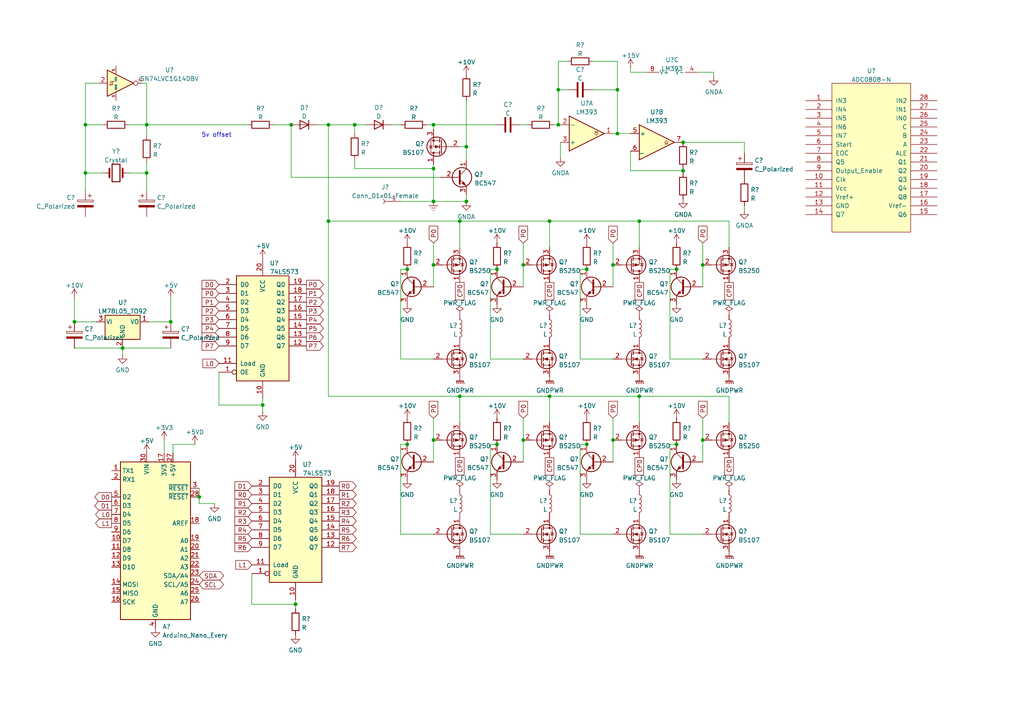
<source format=kicad_sch>
(kicad_sch (version 20211123) (generator eeschema)
  (paper "A4")
  (title_block (title "Capacitor Sensor Array") (date "2022-09-26") (rev "1") (company "BallSense"))
  (junction (at 161.925 26.035))
  (junction (at 159.385 114.935))
  (junction (at 24.765 36.195))
  (junction (at 185.42 114.935))
  (junction (at 161.925 36.195))
  (junction (at 24.765 50.165))
  (junction (at 133.35 114.935))
  (junction (at 76.2 117.475))
  (junction (at 133.35 64.135))
  (junction (at 42.545 36.195))
  (junction (at 95.25 36.195))
  (junction (at 144.145 78.105))
  (junction (at 135.255 58.42))
  (junction (at 57.785 144.145))
  (junction (at 49.53 93.345))
  (junction (at 196.215 128.905))
  (junction (at 21.59 93.345))
  (junction (at 196.215 78.105))
  (junction (at 125.73 58.42))
  (junction (at 102.87 36.195))
  (junction (at 177.8 127.635))
  (junction (at 118.11 128.905))
  (junction (at 177.8 76.835))
  (junction (at 170.18 78.105))
  (junction (at 125.73 48.895))
  (junction (at 151.765 76.835))
  (junction (at 35.56 100.965))
  (junction (at 144.145 128.905))
  (junction (at 135.255 42.545))
  (junction (at 179.07 38.735))
  (junction (at 125.73 76.835))
  (junction (at 125.73 127.635))
  (junction (at 179.07 26.035))
  (junction (at 95.25 64.135))
  (junction (at 118.11 78.105))
  (junction (at 203.835 127.635))
  (junction (at 85.725 175.26))
  (junction (at 159.385 64.135))
  (junction (at 151.765 127.635))
  (junction (at 185.42 64.135))
  (junction (at 84.455 36.195))
  (junction (at 170.18 128.905))
  (junction (at 203.835 76.835))
  (junction (at 198.12 49.53))
  (junction (at 42.545 50.165))
  (junction (at 198.12 41.275))
  (junction (at 125.73 36.195))
  (wire (pts (xy 125.73 70.485) (xy 125.73 76.835)))
  (wire (pts (xy 37.465 50.165) (xy 42.545 50.165)))
  (wire (pts (xy 203.835 121.285) (xy 203.835 127.635)))
  (wire (pts (xy 133.35 114.935) (xy 159.385 114.935)))
  (wire (pts (xy 50.165 131.445) (xy 50.165 128.905)))
  (wire (pts (xy 57.785 144.145) (xy 57.785 146.05)))
  (wire (pts (xy 125.73 48.895) (xy 125.73 58.42)))
  (wire (pts (xy 73.025 166.37) (xy 73.025 175.26)))
  (wire (pts (xy 102.87 38.735) (xy 102.87 36.195)))
  (wire (pts (xy 177.8 121.285) (xy 177.8 127.635)))
  (wire (pts (xy 203.835 76.835) (xy 203.835 83.185)))
  (wire (pts (xy 151.13 36.195) (xy 153.035 36.195)))
  (wire (pts (xy 196.215 128.905) (xy 194.31 128.905)))
  (wire (pts (xy 151.765 127.635) (xy 151.765 133.985)))
  (wire (pts (xy 170.18 128.905) (xy 168.275 128.905)))
  (wire (pts (xy 142.24 128.905) (xy 142.24 154.94)))
  (wire (pts (xy 102.87 36.195) (xy 106.045 36.195)))
  (wire (pts (xy 168.275 78.105) (xy 168.275 104.14)))
  (wire (pts (xy 125.73 47.625) (xy 125.73 48.895)))
  (wire (pts (xy 79.375 36.195) (xy 84.455 36.195)))
  (wire (pts (xy 168.275 128.905) (xy 168.275 154.94)))
  (wire (pts (xy 135.255 58.42) (xy 135.255 56.515)))
  (wire (pts (xy 159.385 64.135) (xy 159.385 71.755)))
  (wire (pts (xy 133.35 114.935) (xy 133.35 122.555)))
  (wire (pts (xy 144.145 78.105) (xy 142.24 78.105)))
  (wire (pts (xy 194.31 154.94) (xy 203.835 154.94)))
  (wire (pts (xy 84.455 51.435) (xy 127.635 51.435)))
  (wire (pts (xy 49.53 93.345) (xy 43.18 93.345)))
  (wire (pts (xy 179.07 38.735) (xy 177.8 38.735)))
  (wire (pts (xy 42.545 24.13) (xy 41.275 24.13)))
  (wire (pts (xy 76.2 117.475) (xy 76.2 119.38)))
  (wire (pts (xy 116.205 104.14) (xy 125.73 104.14)))
  (wire (pts (xy 211.455 114.935) (xy 211.455 122.555)))
  (wire (pts (xy 24.765 50.165) (xy 24.765 55.245)))
  (wire (pts (xy 194.31 78.105) (xy 194.31 104.14)))
  (wire (pts (xy 24.765 50.165) (xy 24.765 36.195)))
  (wire (pts (xy 177.8 70.485) (xy 177.8 76.835)))
  (wire (pts (xy 179.07 38.735) (xy 182.88 38.735)))
  (wire (pts (xy 21.59 86.36) (xy 21.59 93.345)))
  (wire (pts (xy 177.8 127.635) (xy 177.8 133.985)))
  (wire (pts (xy 135.255 42.545) (xy 135.255 46.355)))
  (wire (pts (xy 202.565 20.955) (xy 207.01 20.955)))
  (wire (pts (xy 92.075 36.195) (xy 95.25 36.195)))
  (wire (pts (xy 116.205 78.105) (xy 116.205 104.14)))
  (wire (pts (xy 161.925 26.035) (xy 161.925 17.78)))
  (wire (pts (xy 161.925 36.195) (xy 161.925 26.035)))
  (wire (pts (xy 42.545 46.99) (xy 42.545 50.165)))
  (wire (pts (xy 125.73 76.835) (xy 125.73 83.185)))
  (wire (pts (xy 73.025 175.26) (xy 85.725 175.26)))
  (wire (pts (xy 125.73 36.195) (xy 125.73 37.465)))
  (wire (pts (xy 198.12 49.53) (xy 198.12 50.165)))
  (wire (pts (xy 24.765 36.195) (xy 29.845 36.195)))
  (wire (pts (xy 123.825 36.195) (xy 125.73 36.195)))
  (wire (pts (xy 198.12 41.275) (xy 215.9 41.275)))
  (wire (pts (xy 182.88 20.955) (xy 182.88 19.685)))
  (wire (pts (xy 177.8 76.835) (xy 177.8 83.185)))
  (wire (pts (xy 49.53 86.36) (xy 49.53 93.345)))
  (wire (pts (xy 50.165 128.905) (xy 56.515 128.905)))
  (wire (pts (xy 151.765 121.285) (xy 151.765 127.635)))
  (wire (pts (xy 203.835 127.635) (xy 203.835 133.985)))
  (wire (pts (xy 84.455 36.195) (xy 84.455 51.435)))
  (wire (pts (xy 35.56 100.965) (xy 35.56 102.87)))
  (wire (pts (xy 185.42 64.135) (xy 185.42 71.755)))
  (wire (pts (xy 168.275 104.14) (xy 177.8 104.14)))
  (wire (pts (xy 172.085 17.78) (xy 179.07 17.78)))
  (wire (pts (xy 47.625 127.635) (xy 47.625 131.445)))
  (wire (pts (xy 95.25 64.135) (xy 95.25 114.935)))
  (wire (pts (xy 125.73 127.635) (xy 125.73 133.985)))
  (wire (pts (xy 142.24 104.14) (xy 151.765 104.14)))
  (wire (pts (xy 95.25 64.135) (xy 133.35 64.135)))
  (wire (pts (xy 187.325 20.955) (xy 182.88 20.955)))
  (wire (pts (xy 42.545 36.195) (xy 42.545 39.37)))
  (wire (pts (xy 207.01 20.955) (xy 207.01 22.225)))
  (wire (pts (xy 194.31 128.905) (xy 194.31 154.94)))
  (wire (pts (xy 63.5 117.475) (xy 76.2 117.475)))
  (wire (pts (xy 125.73 58.42) (xy 135.255 58.42)))
  (wire (pts (xy 95.25 36.195) (xy 95.25 64.135)))
  (wire (pts (xy 142.24 154.94) (xy 151.765 154.94)))
  (wire (pts (xy 168.275 154.94) (xy 177.8 154.94)))
  (wire (pts (xy 162.56 41.275) (xy 162.56 45.72)))
  (wire (pts (xy 42.545 50.165) (xy 42.545 55.245)))
  (wire (pts (xy 57.785 141.605) (xy 57.785 144.145)))
  (wire (pts (xy 35.56 100.965) (xy 49.53 100.965)))
  (wire (pts (xy 113.665 36.195) (xy 116.205 36.195)))
  (wire (pts (xy 102.87 48.895) (xy 102.87 46.355)))
  (wire (pts (xy 161.925 17.78) (xy 164.465 17.78)))
  (wire (pts (xy 37.465 36.195) (xy 42.545 36.195)))
  (wire (pts (xy 159.385 114.935) (xy 185.42 114.935)))
  (wire (pts (xy 102.87 48.895) (xy 125.73 48.895)))
  (wire (pts (xy 125.73 36.195) (xy 143.51 36.195)))
  (wire (pts (xy 182.88 49.53) (xy 182.88 43.815)))
  (wire (pts (xy 185.42 64.135) (xy 211.455 64.135)))
  (wire (pts (xy 95.25 36.195) (xy 102.87 36.195)))
  (wire (pts (xy 161.925 26.035) (xy 164.465 26.035)))
  (wire (pts (xy 24.765 24.13) (xy 24.765 36.195)))
  (wire (pts (xy 172.085 26.035) (xy 179.07 26.035)))
  (wire (pts (xy 170.18 78.105) (xy 168.275 78.105)))
  (wire (pts (xy 85.725 173.99) (xy 85.725 175.26)))
  (wire (pts (xy 42.545 36.195) (xy 71.755 36.195)))
  (wire (pts (xy 203.835 70.485) (xy 203.835 76.835)))
  (wire (pts (xy 159.385 64.135) (xy 185.42 64.135)))
  (wire (pts (xy 135.255 42.545) (xy 133.35 42.545)))
  (wire (pts (xy 162.56 36.195) (xy 161.925 36.195)))
  (wire (pts (xy 116.205 154.94) (xy 125.73 154.94)))
  (wire (pts (xy 118.11 128.905) (xy 116.205 128.905)))
  (wire (pts (xy 151.765 70.485) (xy 151.765 76.835)))
  (wire (pts (xy 116.205 128.905) (xy 116.205 154.94)))
  (wire (pts (xy 151.765 76.835) (xy 151.765 83.185)))
  (wire (pts (xy 185.42 114.935) (xy 211.455 114.935)))
  (wire (pts (xy 161.925 36.195) (xy 160.655 36.195)))
  (wire (pts (xy 159.385 114.935) (xy 159.385 122.555)))
  (wire (pts (xy 135.255 29.21) (xy 135.255 42.545)))
  (wire (pts (xy 76.2 115.57) (xy 76.2 117.475)))
  (wire (pts (xy 133.35 64.135) (xy 133.35 71.755)))
  (wire (pts (xy 21.59 100.965) (xy 35.56 100.965)))
  (wire (pts (xy 185.42 114.935) (xy 185.42 122.555)))
  (wire (pts (xy 116.205 58.42) (xy 125.73 58.42)))
  (wire (pts (xy 118.11 78.105) (xy 116.205 78.105)))
  (wire (pts (xy 215.9 59.69) (xy 215.9 60.96)))
  (wire (pts (xy 85.725 175.26) (xy 85.725 176.53)))
  (wire (pts (xy 198.12 48.895) (xy 198.12 49.53)))
  (wire (pts (xy 144.145 128.905) (xy 142.24 128.905)))
  (wire (pts (xy 125.73 121.285) (xy 125.73 127.635)))
  (wire (pts (xy 28.575 24.13) (xy 24.765 24.13)))
  (wire (pts (xy 29.845 50.165) (xy 24.765 50.165)))
  (wire (pts (xy 196.215 78.105) (xy 194.31 78.105)))
  (wire (pts (xy 179.07 26.035) (xy 179.07 38.735)))
  (wire (pts (xy 95.25 114.935) (xy 133.35 114.935)))
  (wire (pts (xy 142.24 78.105) (xy 142.24 104.14)))
  (wire (pts (xy 57.785 146.05) (xy 62.23 146.05)))
  (wire (pts (xy 133.35 64.135) (xy 159.385 64.135)))
  (wire (pts (xy 179.07 26.035) (xy 179.07 17.78)))
  (wire (pts (xy 198.12 49.53) (xy 182.88 49.53)))
  (wire (pts (xy 21.59 93.345) (xy 27.94 93.345)))
  (wire (pts (xy 194.31 104.14) (xy 203.835 104.14)))
  (wire (pts (xy 63.5 107.95) (xy 63.5 117.475)))
  (wire (pts (xy 215.9 41.275) (xy 215.9 44.45)))
  (wire (pts (xy 42.545 36.195) (xy 42.545 24.13)))
  (wire (pts (xy 211.455 64.135) (xy 211.455 71.755)))
  (text "5v offset" (at 58.42 40.005 0) (effects (font (size 1.27 1.27)) (justify left bottom)))
  (global_label "R0" (shape output) (at 98.425 140.97 0) (property "Intersheet References" "${INTERSHEET_REFS}" (effects hide)))
  (global_label "D0" (shape output) (at 32.385 144.145 180) (property "Intersheet References" "${INTERSHEET_REFS}" (effects hide)))
  (global_label "P0" (shape input) (at 125.73 70.485 90) (property "Intersheet References" "${INTERSHEET_REFS}" (effects hide)))
  (global_label "D1" (shape input) (at 73.025 140.97 180) (property "Intersheet References" "${INTERSHEET_REFS}" (effects hide)))
  (global_label "L1" (shape input) (at 73.025 163.83 180) (property "Intersheet References" "${INTERSHEET_REFS}" (effects hide)))
  (global_label "CP0" (shape passive) (at 133.35 81.915 270) (property "Intersheet References" "${INTERSHEET_REFS}" (effects hide)))
  (global_label "P0" (shape input) (at 125.73 121.285 90) (property "Intersheet References" "${INTERSHEET_REFS}" (effects hide)))
  (global_label "P7" (shape input) (at 63.5 100.33 180) (property "Intersheet References" "${INTERSHEET_REFS}" (effects hide)))
  (global_label "L1" (shape output) (at 32.385 151.765 180) (property "Intersheet References" "${INTERSHEET_REFS}" (effects hide)))
  (global_label "R4" (shape input) (at 73.025 153.67 180) (property "Intersheet References" "${INTERSHEET_REFS}" (effects hide)))
  (global_label "CP0" (shape passive) (at 185.42 81.915 270) (property "Intersheet References" "${INTERSHEET_REFS}" (effects hide)))
  (global_label "P0" (shape input) (at 177.8 70.485 90) (property "Intersheet References" "${INTERSHEET_REFS}" (effects hide)))
  (global_label "R6" (shape output) (at 98.425 156.21 0) (property "Intersheet References" "${INTERSHEET_REFS}" (effects hide)))
  (global_label "P0" (shape output) (at 88.9 82.55 0) (property "Intersheet References" "${INTERSHEET_REFS}" (effects hide)))
  (global_label "P4" (shape output) (at 88.9 92.71 0) (property "Intersheet References" "${INTERSHEET_REFS}" (effects hide)))
  (global_label "R7" (shape output) (at 98.425 158.75 0) (property "Intersheet References" "${INTERSHEET_REFS}" (effects hide)))
  (global_label "P0" (shape input) (at 151.765 70.485 90) (property "Intersheet References" "${INTERSHEET_REFS}" (effects hide)))
  (global_label "P2" (shape input) (at 63.5 90.17 180) (property "Intersheet References" "${INTERSHEET_REFS}" (effects hide)))
  (global_label "D1" (shape output) (at 32.385 146.685 180) (property "Intersheet References" "${INTERSHEET_REFS}" (effects hide)))
  (global_label "R2" (shape output) (at 98.425 146.05 0) (property "Intersheet References" "${INTERSHEET_REFS}" (effects hide)))
  (global_label "P7" (shape output) (at 88.9 100.33 0) (property "Intersheet References" "${INTERSHEET_REFS}" (effects hide)))
  (global_label "L0" (shape input) (at 63.5 105.41 180) (property "Intersheet References" "${INTERSHEET_REFS}" (effects hide)))
  (global_label "P5" (shape input) (at 63.5 97.79 180) (property "Intersheet References" "${INTERSHEET_REFS}" (effects hide)))
  (global_label "R5" (shape input) (at 73.025 156.21 180) (property "Intersheet References" "${INTERSHEET_REFS}" (effects hide)))
  (global_label "P0" (shape input) (at 203.835 70.485 90) (property "Intersheet References" "${INTERSHEET_REFS}" (effects hide)))
  (global_label "R4" (shape output) (at 98.425 151.13 0) (property "Intersheet References" "${INTERSHEET_REFS}" (effects hide)))
  (global_label "CP0" (shape passive) (at 159.385 81.915 270) (property "Intersheet References" "${INTERSHEET_REFS}" (effects hide)))
  (global_label "R2" (shape input) (at 73.025 148.59 180) (property "Intersheet References" "${INTERSHEET_REFS}" (effects hide)))
  (global_label "P2" (shape output) (at 88.9 87.63 0) (property "Intersheet References" "${INTERSHEET_REFS}" (effects hide)))
  (global_label "P1" (shape input) (at 63.5 87.63 180) (property "Intersheet References" "${INTERSHEET_REFS}" (effects hide)))
  (global_label "R1" (shape output) (at 98.425 143.51 0) (property "Intersheet References" "${INTERSHEET_REFS}" (effects hide)))
  (global_label "P0" (shape input) (at 203.835 121.285 90) (property "Intersheet References" "${INTERSHEET_REFS}" (effects hide)))
  (global_label "SDA" (shape bidirectional) (at 57.785 167.005 0) (property "Intersheet References" "${INTERSHEET_REFS}" (effects hide)))
  (global_label "P0" (shape input) (at 63.5 85.09 180) (property "Intersheet References" "${INTERSHEET_REFS}" (effects hide)))
  (global_label "P0" (shape input) (at 177.8 121.285 90) (property "Intersheet References" "${INTERSHEET_REFS}" (effects hide)))
  (global_label "L0" (shape output) (at 32.385 149.225 180) (property "Intersheet References" "${INTERSHEET_REFS}" (effects hide)))
  (global_label "CP0" (shape passive) (at 211.455 132.715 270) (property "Intersheet References" "${INTERSHEET_REFS}" (effects hide)))
  (global_label "SCL" (shape bidirectional) (at 57.785 169.545 0) (property "Intersheet References" "${INTERSHEET_REFS}" (effects hide)))
  (global_label "R3" (shape input) (at 73.025 151.13 180) (property "Intersheet References" "${INTERSHEET_REFS}" (effects hide)))
  (global_label "CP0" (shape passive) (at 159.385 132.715 270) (property "Intersheet References" "${INTERSHEET_REFS}" (effects hide)))
  (global_label "P3" (shape output) (at 88.9 90.17 0) (property "Intersheet References" "${INTERSHEET_REFS}" (effects hide)))
  (global_label "R3" (shape output) (at 98.425 148.59 0) (property "Intersheet References" "${INTERSHEET_REFS}" (effects hide)))
  (global_label "CP0" (shape passive) (at 211.455 81.915 270) (property "Intersheet References" "${INTERSHEET_REFS}" (effects hide)))
  (global_label "CP0" (shape passive) (at 133.35 132.715 270) (property "Intersheet References" "${INTERSHEET_REFS}" (effects hide)))
  (global_label "R5" (shape output) (at 98.425 153.67 0) (property "Intersheet References" "${INTERSHEET_REFS}" (effects hide)))
  (global_label "R0" (shape input) (at 73.025 143.51 180) (property "Intersheet References" "${INTERSHEET_REFS}" (effects hide)))
  (global_label "P4" (shape input) (at 63.5 95.25 180) (property "Intersheet References" "${INTERSHEET_REFS}" (effects hide)))
  (global_label "R6" (shape input) (at 73.025 158.75 180) (property "Intersheet References" "${INTERSHEET_REFS}" (effects hide)))
  (global_label "P5" (shape output) (at 88.9 95.25 0) (property "Intersheet References" "${INTERSHEET_REFS}" (effects hide)))
  (global_label "P6" (shape output) (at 88.9 97.79 0) (property "Intersheet References" "${INTERSHEET_REFS}" (effects hide)))
  (global_label "CP0" (shape passive) (at 185.42 132.715 270) (property "Intersheet References" "${INTERSHEET_REFS}" (effects hide)))
  (global_label "R1" (shape input) (at 73.025 146.05 180) (property "Intersheet References" "${INTERSHEET_REFS}" (effects hide)))
  (global_label "P1" (shape output) (at 88.9 85.09 0) (property "Intersheet References" "${INTERSHEET_REFS}" (effects hide)))
  (global_label "D0" (shape input) (at 63.5 82.55 180) (property "Intersheet References" "${INTERSHEET_REFS}" (effects hide)))
  (global_label "P3" (shape input) (at 63.5 92.71 180) (property "Intersheet References" "${INTERSHEET_REFS}" (effects hide)))
  (global_label "P0" (shape input) (at 151.765 121.285 90) (property "Intersheet References" "${INTERSHEET_REFS}" (effects hide)))
  (symbol (lib_id "power:GND") (at 35.56 102.87 0) (unit 1)
    (property "Reference" "#PWR?" (effects hide))
    (property "Value" "GND" (at 35.56 107.3134 0))
  )
  (symbol (lib_id "Transistor_FET:BS107") (at 156.845 104.14 0) (unit 1)
    (property "Reference" "Q?" (at 162.0519 103.3053 0) (effects (justify left)))
    (property "Value" "BS107" (at 162.0519 105.8422 0) (effects (justify left)))
    (property "Footprint" "Package_TO_SOT_THT:TO-92_Inline" (effects hide))
    (property "Datasheet" "http://www.onsemi.com/pub_link/Collateral/BS107-D.PDF" (effects hide))
  )
  (symbol (lib_id "power:+10V") (at 144.145 70.485 0) (unit 1)
    (property "Reference" "#PWR?" (effects hide))
    (property "Value" "+10V" (at 144.145 66.9092 0))
  )
  (symbol (lib_id "Device:D") (at 88.265 36.195 180) (unit 1)
    (property "Reference" "D?" (at 88.265 31.2252 0))
    (property "Value" "D" (at 88.265 33.7621 0))
  )
  (symbol (lib_id "Device:R") (at 118.11 74.295 0) (unit 1)
    (property "Reference" "R?" (at 119.888 73.4603 0) (effects (justify left)))
    (property "Value" "R" (at 119.888 75.9972 0) (effects (justify left)))
  )
  (symbol (lib_id "Device:R") (at 196.215 125.095 0) (unit 1)
    (property "Reference" "R?" (at 197.993 124.2603 0) (effects (justify left)))
    (property "Value" "R" (at 197.993 126.7972 0) (effects (justify left)))
  )
  (symbol (lib_id "power:GNDPWR") (at 211.455 160.02 0) (mirror y) (unit 1)
    (property "Reference" "#PWR?" (effects hide))
    (property "Value" "GNDPWR" (at 211.582 164.057 0))
  )
  (symbol (lib_id "Transistor_BJT:BC547") (at 132.715 51.435 0) (unit 1)
    (property "Reference" "Q?" (at 137.5664 50.6003 0) (effects (justify left)))
    (property "Value" "BC547" (at 137.5664 53.1372 0) (effects (justify left)))
    (property "Footprint" "Package_TO_SOT_THT:TO-92_Inline" (effects hide))
    (property "Datasheet" "https://www.onsemi.com/pub/Collateral/BC550-D.pdf" (effects hide))
  )
  (symbol (lib_id "Regulator_Linear:LM78L05_TO92") (at 35.56 93.345 0) (unit 1)
    (property "Reference" "U?" (at 35.56 87.7402 0))
    (property "Value" "LM78L05_TO92" (at 35.56 90.2771 0))
    (property "Footprint" "Package_TO_SOT_THT:TO-92_Inline" (effects hide))
    (property "Datasheet" "https://www.onsemi.com/pub/Collateral/MC78L06A-D.pdf" (effects hide))
  )
  (symbol (lib_id "Device:C_Polarized") (at 42.545 59.055 0) (unit 1)
    (property "Reference" "C?" (at 45.466 57.3313 0) (effects (justify left)))
    (property "Value" "C_Polarized" (at 45.466 59.8682 0) (effects (justify left)))
  )
  (symbol (lib_id "Device:R") (at 198.12 53.975 0) (unit 1)
    (property "Reference" "R?" (at 199.898 53.1403 0) (effects (justify left)))
    (property "Value" "R" (at 199.898 55.6772 0) (effects (justify left)))
  )
  (symbol (lib_id "power:GND") (at 170.18 139.065 0) (unit 1)
    (property "Reference" "#PWR?" (effects hide))
    (property "Value" "GND" (at 170.18 143.5084 0))
  )
  (symbol (lib_id "Device:R") (at 144.145 74.295 0) (unit 1)
    (property "Reference" "R?" (at 145.923 73.4603 0) (effects (justify left)))
    (property "Value" "R" (at 145.923 75.9972 0) (effects (justify left)))
  )
  (symbol (lib_id "Device:R") (at 102.87 42.545 0) (unit 1)
    (property "Reference" "R?" (at 104.648 41.7103 0) (effects (justify left)))
    (property "Value" "R" (at 104.648 44.2472 0) (effects (justify left)))
  )
  (symbol (lib_id "power:GND") (at 118.11 88.265 0) (unit 1)
    (property "Reference" "#PWR?" (effects hide))
    (property "Value" "GND" (at 118.11 92.7084 0))
  )
  (symbol (lib_id "Device:R") (at 75.565 36.195 90) (unit 1)
    (property "Reference" "R?" (at 75.565 31.4792 90))
    (property "Value" "R" (at 75.565 34.0161 90))
  )
  (symbol (lib_id "power:GND") (at 62.23 146.05 0) (unit 1)
    (property "Reference" "#PWR?" (effects hide))
    (property "Value" "GND" (at 62.23 150.4934 0))
  )
  (symbol (lib_id "Transistor_FET:BS250") (at 208.915 76.835 0) (mirror x) (unit 1)
    (property "Reference" "Q?" (at 214.122 76.0003 0) (effects (justify left)))
    (property "Value" "BS250" (at 214.122 78.5372 0) (effects (justify left)))
    (property "Footprint" "Package_TO_SOT_THT:TO-92_Inline" (effects hide))
    (property "Datasheet" "http://www.vishay.com/docs/70209/70209.pdf" (effects hide))
  )
  (symbol (lib_id "Transistor_FET:BS250") (at 208.915 127.635 0) (mirror x) (unit 1)
    (property "Reference" "Q?" (at 214.122 126.8003 0) (effects (justify left)))
    (property "Value" "BS250" (at 214.122 129.3372 0) (effects (justify left)))
    (property "Footprint" "Package_TO_SOT_THT:TO-92_Inline" (effects hide))
    (property "Datasheet" "http://www.vishay.com/docs/70209/70209.pdf" (effects hide))
  )
  (symbol (lib_id "Device:R") (at 85.725 180.34 0) (unit 1)
    (property "Reference" "R?" (at 87.503 179.5053 0) (effects (justify left)))
    (property "Value" "R" (at 87.503 182.0422 0) (effects (justify left)))
  )
  (symbol (lib_id "Transistor_FET:BS250") (at 130.81 127.635 0) (mirror x) (unit 1)
    (property "Reference" "Q?" (at 136.017 126.8003 0) (effects (justify left)))
    (property "Value" "BS250" (at 136.017 129.3372 0) (effects (justify left)))
    (property "Footprint" "Package_TO_SOT_THT:TO-92_Inline" (effects hide))
    (property "Datasheet" "http://www.vishay.com/docs/70209/70209.pdf" (effects hide))
  )
  (symbol (lib_id "power:+10V") (at 135.255 21.59 0) (unit 1)
    (property "Reference" "#PWR?" (effects hide))
    (property "Value" "+10V" (at 135.255 18.0142 0))
  )
  (symbol (lib_id "power:+3.3V") (at 47.625 127.635 0) (unit 1)
    (property "Reference" "#PWR?" (effects hide))
    (property "Value" "+3.3V" (at 47.625 124.0592 0))
  )
  (symbol (lib_id "74xx:74LS573") (at 85.725 153.67 0) (unit 1)
    (property "Reference" "U?" (at 87.7444 134.7302 0) (effects (justify left)))
    (property "Value" "74LS573" (at 87.7444 137.2671 0) (effects (justify left)))
    (property "Datasheet" "74xx/74hc573.pdf" (effects hide))
  )
  (symbol (lib_id "Transistor_FET:BS250") (at 130.81 76.835 0) (mirror x) (unit 1)
    (property "Reference" "Q?" (at 136.017 76.0003 0) (effects (justify left)))
    (property "Value" "BS250" (at 136.017 78.5372 0) (effects (justify left)))
    (property "Footprint" "Package_TO_SOT_THT:TO-92_Inline" (effects hide))
    (property "Datasheet" "http://www.vishay.com/docs/70209/70209.pdf" (effects hide))
  )
  (symbol (lib_id "Transistor_FET:BS107") (at 130.81 154.94 0) (unit 1)
    (property "Reference" "Q?" (at 136.0169 154.1053 0) (effects (justify left)))
    (property "Value" "BS107" (at 136.0169 156.6422 0) (effects (justify left)))
    (property "Footprint" "Package_TO_SOT_THT:TO-92_Inline" (effects hide))
    (property "Datasheet" "http://www.onsemi.com/pub_link/Collateral/BS107-D.PDF" (effects hide))
  )
  (symbol (lib_id "power:PWR_FLAG") (at 159.385 91.44 0) (unit 1)
    (property "Reference" "#FLG?" (effects hide))
    (property "Value" "PWR_FLAG" (at 159.385 87.8642 0))
  )
  (symbol (lib_id "Device:C") (at 168.275 26.035 90) (unit 1)
    (property "Reference" "C?" (at 168.275 20.1762 90))
    (property "Value" "C" (at 168.275 22.7131 90))
  )
  (symbol (lib_id "Transistor_FET:BS107") (at 182.88 154.94 0) (unit 1)
    (property "Reference" "Q?" (at 188.0869 154.1053 0) (effects (justify left)))
    (property "Value" "BS107" (at 188.0869 156.6422 0) (effects (justify left)))
    (property "Footprint" "Package_TO_SOT_THT:TO-92_Inline" (effects hide))
    (property "Datasheet" "http://www.onsemi.com/pub_link/Collateral/BS107-D.PDF" (effects hide))
  )
  (symbol (lib_id "Transistor_BJT:BC547") (at 146.685 83.185 0) (mirror y) (unit 1)
    (property "Reference" "Q?" (at 141.8336 82.3503 0) (effects (justify left)))
    (property "Value" "BC547" (at 141.8336 84.8872 0) (effects (justify left)))
    (property "Footprint" "Package_TO_SOT_THT:TO-92_Inline" (effects hide))
    (property "Datasheet" "https://www.onsemi.com/pub/Collateral/BC550-D.pdf" (effects hide))
  )
  (symbol (lib_id "power:PWR_FLAG") (at 185.42 91.44 0) (unit 1)
    (property "Reference" "#FLG?" (effects hide))
    (property "Value" "PWR_FLAG" (at 185.42 87.8642 0))
  )
  (symbol (lib_id "Device:R") (at 156.845 36.195 90) (unit 1)
    (property "Reference" "R?" (at 156.845 31.4792 90))
    (property "Value" "R" (at 156.845 34.0161 90))
  )
  (symbol (lib_id "power:+10V") (at 196.215 70.485 0) (unit 1)
    (property "Reference" "#PWR?" (effects hide))
    (property "Value" "+10V" (at 196.215 66.9092 0))
  )
  (symbol (lib_id "Device:L") (at 133.35 146.05 0) (mirror x) (unit 1)
    (property "Reference" "L?" (at 132.715 145.2153 0) (effects (justify right)))
    (property "Value" "L" (at 132.715 147.7522 0) (effects (justify right)))
  )
  (symbol (lib_id "Device:C_Polarized") (at 49.53 97.155 0) (unit 1)
    (property "Reference" "C?" (at 52.451 95.4313 0) (effects (justify left)))
    (property "Value" "C_Polarized" (at 52.451 97.9682 0) (effects (justify left)))
  )
  (symbol (lib_id "power:+5VD") (at 56.515 128.905 0) (unit 1)
    (property "Reference" "#PWR?" (effects hide))
    (property "Value" "+5VD" (at 56.515 125.3292 0))
  )
  (symbol (lib_id "power:GNDPWR") (at 211.455 109.22 0) (mirror y) (unit 1)
    (property "Reference" "#PWR?" (effects hide))
    (property "Value" "GNDPWR" (at 211.582 113.257 0))
  )
  (symbol (lib_id "Device:L") (at 185.42 146.05 0) (mirror x) (unit 1)
    (property "Reference" "L?" (at 184.785 145.2153 0) (effects (justify right)))
    (property "Value" "L" (at 184.785 147.7522 0) (effects (justify right)))
  )
  (symbol (lib_id "power:+5V") (at 49.53 86.36 0) (unit 1)
    (property "Reference" "#PWR?" (effects hide))
    (property "Value" "+5V" (at 49.53 82.7842 0))
  )
  (symbol (lib_id "power:GNDPWR") (at 185.42 109.22 0) (mirror y) (unit 1)
    (property "Reference" "#PWR?" (effects hide))
    (property "Value" "GNDPWR" (at 185.547 113.257 0))
  )
  (symbol (lib_id "MCU_Module:Arduino_Nano_Every") (at 45.085 156.845 0) (unit 1)
    (property "Reference" "A?" (at 47.1044 181.7354 0) (effects (justify left)))
    (property "Value" "Arduino_Nano_Every" (at 47.1044 184.2723 0) (effects (justify left)))
    (property "Footprint" "Module:Arduino_Nano" (effects hide))
    (property "Datasheet" "https://content.arduino.cc/assets/NANOEveryV3.0_sch.pdf" (effects hide))
  )
  (symbol (lib_id "power:PWR_FLAG") (at 211.455 91.44 0) (unit 1)
    (property "Reference" "#FLG?" (effects hide))
    (property "Value" "PWR_FLAG" (at 211.455 87.8642 0))
  )
  (symbol (lib_id "Device:D") (at 109.855 36.195 180) (unit 1)
    (property "Reference" "D?" (at 109.855 31.2252 0))
    (property "Value" "D" (at 109.855 33.7621 0))
  )
  (symbol (lib_id "Device:R") (at 215.9 55.88 0) (unit 1)
    (property "Reference" "R?" (at 217.678 55.0453 0) (effects (justify left)))
    (property "Value" "R" (at 217.678 57.5822 0) (effects (justify left)))
  )
  (symbol (lib_id "DAC0808:ADC0808-N") (at 252.73 45.72 0) (unit 1)
    (property "Reference" "U?" (at 252.73 20.5572 0))
    (property "Value" "ADC0808-N" (at 252.73 23.0941 0))
    (property "Footprint" "Package_DIP:DIP-28_W15.24mm_Socket_LongPads" (effects hide))
    (property "Datasheet" "https://www.ti.com/lit/ds/symlink/adc0808-n.pdf?ts=1663013755306&ref_url=https%253A%252F%252Fwww.ti.com%252Fproduct%252FADC0808-N%253Futm_source%253Dsupplyframe%2526utm_medium%253DSEP%2526utm_campaign%253Dnot_alldatasheet%2526DCM%253Dyes%2526dclid%253DCjkKEQjwsfuYBhCrhf_z7LCU-IcBEiQAnDMFslOV-kar_HIdUR7co6P2Qx_i9iFxkP8tpPr2nDO2opnw_wcB" (effects hide))
  )
  (symbol (lib_id "Comparator:LM393") (at 170.18 38.735 0) (mirror x) (unit 1)
    (property "Reference" "U?" (at 170.18 29.9552 0))
    (property "Value" "LM393" (at 170.18 32.4921 0))
    (property "Datasheet" "http://www.ti.com/lit/ds/symlink/lm393.pdf" (effects hide))
  )
  (symbol (lib_id "power:PWR_FLAG") (at 211.455 142.24 0) (unit 1)
    (property "Reference" "#FLG?" (effects hide))
    (property "Value" "PWR_FLAG" (at 211.455 138.6642 0))
  )
  (symbol (lib_id "power:+5V") (at 76.2 74.93 0) (unit 1)
    (property "Reference" "#PWR?" (effects hide))
    (property "Value" "+5V" (at 76.2 71.3542 0))
  )
  (symbol (lib_id "Transistor_FET:BS107") (at 156.845 154.94 0) (unit 1)
    (property "Reference" "Q?" (at 162.0519 154.1053 0) (effects (justify left)))
    (property "Value" "BS107" (at 162.0519 156.6422 0) (effects (justify left)))
    (property "Footprint" "Package_TO_SOT_THT:TO-92_Inline" (effects hide))
    (property "Datasheet" "http://www.onsemi.com/pub_link/Collateral/BS107-D.PDF" (effects hide))
  )
  (symbol (lib_id "power:PWR_FLAG") (at 133.35 142.24 0) (unit 1)
    (property "Reference" "#FLG?" (effects hide))
    (property "Value" "PWR_FLAG" (at 133.35 138.6642 0))
  )
  (symbol (lib_id "power:PWR_FLAG") (at 159.385 142.24 0) (unit 1)
    (property "Reference" "#FLG?" (effects hide))
    (property "Value" "PWR_FLAG" (at 159.385 138.6642 0))
  )
  (symbol (lib_id "Device:R") (at 196.215 74.295 0) (unit 1)
    (property "Reference" "R?" (at 197.993 73.4603 0) (effects (justify left)))
    (property "Value" "R" (at 197.993 75.9972 0) (effects (justify left)))
  )
  (symbol (lib_id "74xGxx:SN74LVC1G14DBV") (at 33.655 24.13 0) (unit 1)
    (property "Reference" "U?" (at 49.1558 20.3033 0))
    (property "Value" "SN74LVC1G14DBV" (at 49.1558 22.8402 0))
    (property "Footprint" "Package_TO_SOT_SMD:SOT-23-5" (effects hide))
    (property "Datasheet" "http://www.ti.com/lit/ds/symlink/sn74lvc1g14.pdf" (effects hide))
  )
  (symbol (lib_id "Comparator:LM393") (at 194.945 18.415 90) (unit 3)
    (property "Reference" "U?" (at 194.945 17.3822 90))
    (property "Value" "LM393" (at 194.945 19.9191 90))
    (property "Datasheet" "http://www.ti.com/lit/ds/symlink/lm393.pdf" (effects hide))
  )
  (symbol (lib_id "Device:L") (at 211.455 95.25 0) (mirror x) (unit 1)
    (property "Reference" "L?" (at 210.82 94.4153 0) (effects (justify right)))
    (property "Value" "L" (at 210.82 96.9522 0) (effects (justify right)))
  )
  (symbol (lib_id "Transistor_FET:BS107") (at 208.915 154.94 0) (unit 1)
    (property "Reference" "Q?" (at 214.1219 154.1053 0) (effects (justify left)))
    (property "Value" "BS107" (at 214.1219 156.6422 0) (effects (justify left)))
    (property "Footprint" "Package_TO_SOT_THT:TO-92_Inline" (effects hide))
    (property "Datasheet" "http://www.onsemi.com/pub_link/Collateral/BS107-D.PDF" (effects hide))
  )
  (symbol (lib_id "power:GND") (at 144.145 139.065 0) (unit 1)
    (property "Reference" "#PWR?" (effects hide))
    (property "Value" "GND" (at 144.145 143.5084 0))
  )
  (symbol (lib_id "power:PWR_FLAG") (at 185.42 142.24 0) (unit 1)
    (property "Reference" "#FLG?" (effects hide))
    (property "Value" "PWR_FLAG" (at 185.42 138.6642 0))
  )
  (symbol (lib_id "Transistor_BJT:BC547") (at 172.72 133.985 0) (mirror y) (unit 1)
    (property "Reference" "Q?" (at 167.8686 133.1503 0) (effects (justify left)))
    (property "Value" "BC547" (at 167.8686 135.6872 0) (effects (justify left)))
    (property "Footprint" "Package_TO_SOT_THT:TO-92_Inline" (effects hide))
    (property "Datasheet" "https://www.onsemi.com/pub/Collateral/BC550-D.pdf" (effects hide))
  )
  (symbol (lib_id "Device:R") (at 33.655 36.195 90) (unit 1)
    (property "Reference" "R?" (at 33.655 31.4792 90))
    (property "Value" "R" (at 33.655 34.0161 90))
  )
  (symbol (lib_id "74xx:74LS573") (at 76.2 95.25 0) (unit 1)
    (property "Reference" "U?" (at 78.2194 76.3102 0) (effects (justify left)))
    (property "Value" "74LS573" (at 78.2194 78.8471 0) (effects (justify left)))
    (property "Datasheet" "74xx/74hc573.pdf" (effects hide))
  )
  (symbol (lib_id "Device:L") (at 159.385 95.25 0) (mirror x) (unit 1)
    (property "Reference" "L?" (at 158.75 94.4153 0) (effects (justify right)))
    (property "Value" "L" (at 158.75 96.9522 0) (effects (justify right)))
  )
  (symbol (lib_id "Device:R") (at 168.275 17.78 90) (unit 1)
    (property "Reference" "R?" (at 168.275 13.0642 90))
    (property "Value" "R" (at 168.275 15.6011 90))
  )
  (symbol (lib_id "power:+5V") (at 42.545 131.445 0) (unit 1)
    (property "Reference" "#PWR?" (effects hide))
    (property "Value" "+5V" (at 42.545 127.8692 0))
  )
  (symbol (lib_id "Transistor_BJT:BC547") (at 198.755 83.185 0) (mirror y) (unit 1)
    (property "Reference" "Q?" (at 193.9036 82.3503 0) (effects (justify left)))
    (property "Value" "BC547" (at 193.9036 84.8872 0) (effects (justify left)))
    (property "Footprint" "Package_TO_SOT_THT:TO-92_Inline" (effects hide))
    (property "Datasheet" "https://www.onsemi.com/pub/Collateral/BC550-D.pdf" (effects hide))
  )
  (symbol (lib_id "Device:R") (at 170.18 125.095 0) (unit 1)
    (property "Reference" "R?" (at 171.958 124.2603 0) (effects (justify left)))
    (property "Value" "R" (at 171.958 126.7972 0) (effects (justify left)))
  )
  (symbol (lib_id "Transistor_FET:BS250") (at 182.88 76.835 0) (mirror x) (unit 1)
    (property "Reference" "Q?" (at 188.087 76.0003 0) (effects (justify left)))
    (property "Value" "BS250" (at 188.087 78.5372 0) (effects (justify left)))
    (property "Footprint" "Package_TO_SOT_THT:TO-92_Inline" (effects hide))
    (property "Datasheet" "http://www.vishay.com/docs/70209/70209.pdf" (effects hide))
  )
  (symbol (lib_id "Device:C_Polarized") (at 24.765 59.055 0) (mirror y) (unit 1)
    (property "Reference" "C?" (at 21.844 57.3313 0) (effects (justify left)))
    (property "Value" "C_Polarized" (at 21.844 59.8682 0) (effects (justify left)))
  )
  (symbol (lib_id "power:GNDPWR") (at 133.35 109.22 0) (mirror y) (unit 1)
    (property "Reference" "#PWR?" (effects hide))
    (property "Value" "GNDPWR" (at 133.477 113.257 0))
  )
  (symbol (lib_id "Transistor_FET:BS250") (at 182.88 127.635 0) (mirror x) (unit 1)
    (property "Reference" "Q?" (at 188.087 126.8003 0) (effects (justify left)))
    (property "Value" "BS250" (at 188.087 129.3372 0) (effects (justify left)))
    (property "Footprint" "Package_TO_SOT_THT:TO-92_Inline" (effects hide))
    (property "Datasheet" "http://www.vishay.com/docs/70209/70209.pdf" (effects hide))
  )
  (symbol (lib_id "Device:C_Polarized") (at 215.9 48.26 0) (unit 1)
    (property "Reference" "C?" (at 218.821 46.5363 0) (effects (justify left)))
    (property "Value" "C_Polarized" (at 218.821 49.0732 0) (effects (justify left)))
  )
  (symbol (lib_id "power:GND") (at 76.2 119.38 0) (unit 1)
    (property "Reference" "#PWR?" (effects hide))
    (property "Value" "GND" (at 76.2 123.8234 0))
  )
  (symbol (lib_id "power:GNDPWR") (at 133.35 160.02 0) (mirror y) (unit 1)
    (property "Reference" "#PWR?" (effects hide))
    (property "Value" "GNDPWR" (at 133.477 164.057 0))
  )
  (symbol (lib_id "Device:L") (at 159.385 146.05 0) (mirror x) (unit 1)
    (property "Reference" "L?" (at 158.75 145.2153 0) (effects (justify right)))
    (property "Value" "L" (at 158.75 147.7522 0) (effects (justify right)))
  )
  (symbol (lib_id "power:+10V") (at 118.11 70.485 0) (unit 1)
    (property "Reference" "#PWR?" (effects hide))
    (property "Value" "+10V" (at 118.11 66.9092 0))
  )
  (symbol (lib_id "Transistor_BJT:BC547") (at 120.65 83.185 0) (mirror y) (unit 1)
    (property "Reference" "Q?" (at 115.7986 82.3503 0) (effects (justify left)))
    (property "Value" "BC547" (at 115.7986 84.8872 0) (effects (justify left)))
    (property "Footprint" "Package_TO_SOT_THT:TO-92_Inline" (effects hide))
    (property "Datasheet" "https://www.onsemi.com/pub/Collateral/BC550-D.pdf" (effects hide))
  )
  (symbol (lib_id "Device:R") (at 170.18 74.295 0) (unit 1)
    (property "Reference" "R?" (at 171.958 73.4603 0) (effects (justify left)))
    (property "Value" "R" (at 171.958 75.9972 0) (effects (justify left)))
  )
  (symbol (lib_id "Device:L") (at 133.35 95.25 0) (mirror x) (unit 1)
    (property "Reference" "L?" (at 132.715 94.4153 0) (effects (justify right)))
    (property "Value" "L" (at 132.715 96.9522 0) (effects (justify right)))
  )
  (symbol (lib_id "Device:L") (at 211.455 146.05 0) (mirror x) (unit 1)
    (property "Reference" "L?" (at 210.82 145.2153 0) (effects (justify right)))
    (property "Value" "L" (at 210.82 147.7522 0) (effects (justify right)))
  )
  (symbol (lib_id "power:PWR_FLAG") (at 133.35 91.44 0) (unit 1)
    (property "Reference" "#FLG?" (effects hide))
    (property "Value" "PWR_FLAG" (at 133.35 87.8642 0))
  )
  (symbol (lib_id "Transistor_FET:BS107") (at 130.81 104.14 0) (unit 1)
    (property "Reference" "Q?" (at 136.0169 103.3053 0) (effects (justify left)))
    (property "Value" "BS107" (at 136.0169 105.8422 0) (effects (justify left)))
    (property "Footprint" "Package_TO_SOT_THT:TO-92_Inline" (effects hide))
    (property "Datasheet" "http://www.onsemi.com/pub_link/Collateral/BS107-D.PDF" (effects hide))
  )
  (symbol (lib_id "power:GND") (at 144.145 88.265 0) (unit 1)
    (property "Reference" "#PWR?" (effects hide))
    (property "Value" "GND" (at 144.145 92.7084 0))
  )
  (symbol (lib_id "power:GNDPWR") (at 159.385 109.22 0) (mirror y) (unit 1)
    (property "Reference" "#PWR?" (effects hide))
    (property "Value" "GNDPWR" (at 159.512 113.257 0))
  )
  (symbol (lib_id "power:GND") (at 85.725 184.15 0) (unit 1)
    (property "Reference" "#PWR?" (effects hide))
    (property "Value" "GND" (at 85.725 188.5934 0))
  )
  (symbol (lib_id "Transistor_FET:BS250") (at 156.845 76.835 0) (mirror x) (unit 1)
    (property "Reference" "Q?" (at 162.052 76.0003 0) (effects (justify left)))
    (property "Value" "BS250" (at 162.052 78.5372 0) (effects (justify left)))
    (property "Footprint" "Package_TO_SOT_THT:TO-92_Inline" (effects hide))
    (property "Datasheet" "http://www.vishay.com/docs/70209/70209.pdf" (effects hide))
  )
  (symbol (lib_id "Device:R") (at 144.145 125.095 0) (unit 1)
    (property "Reference" "R?" (at 145.923 124.2603 0) (effects (justify left)))
    (property "Value" "R" (at 145.923 126.7972 0) (effects (justify left)))
  )
  (symbol (lib_id "Transistor_FET:BS107") (at 182.88 104.14 0) (unit 1)
    (property "Reference" "Q?" (at 188.0869 103.3053 0) (effects (justify left)))
    (property "Value" "BS107" (at 188.0869 105.8422 0) (effects (justify left)))
    (property "Footprint" "Package_TO_SOT_THT:TO-92_Inline" (effects hide))
    (property "Datasheet" "http://www.onsemi.com/pub_link/Collateral/BS107-D.PDF" (effects hide))
  )
  (symbol (lib_id "power:+10V") (at 144.145 121.285 0) (unit 1)
    (property "Reference" "#PWR?" (effects hide))
    (property "Value" "+10V" (at 144.145 117.7092 0))
  )
  (symbol (lib_id "power:+10V") (at 118.11 121.285 0) (unit 1)
    (property "Reference" "#PWR?" (effects hide))
    (property "Value" "+10V" (at 118.11 117.7092 0))
  )
  (symbol (lib_id "power:GND") (at 45.085 182.245 0) (unit 1)
    (property "Reference" "#PWR?" (effects hide))
    (property "Value" "GND" (at 45.085 186.6884 0))
  )
  (symbol (lib_id "Device:R") (at 135.255 25.4 180) (unit 1)
    (property "Reference" "R?" (at 137.033 24.5653 0) (effects (justify right)))
    (property "Value" "R" (at 137.033 27.1022 0) (effects (justify right)))
  )
  (symbol (lib_id "power:GNDPWR") (at 185.42 160.02 0) (mirror y) (unit 1)
    (property "Reference" "#PWR?" (effects hide))
    (property "Value" "GNDPWR" (at 185.547 164.057 0))
  )
  (symbol (lib_id "Connector:Conn_01x01_Female") (at 111.125 58.42 180) (unit 1)
    (property "Reference" "J?" (at 111.76 54.263 0))
    (property "Value" "Conn_01x01_Female" (at 111.76 56.7999 0))
  )
  (symbol (lib_id "power:+15V") (at 182.88 19.685 0) (unit 1)
    (property "Reference" "#PWR?" (effects hide))
    (property "Value" "+15V" (at 182.88 16.1092 0))
  )
  (symbol (lib_id "power:Earth") (at 125.73 58.42 0) (unit 1)
    (property "Reference" "#PWR?" (effects hide))
    (property "Value" "Earth" (effects hide))
  )
  (symbol (lib_id "power:+10V") (at 196.215 121.285 0) (unit 1)
    (property "Reference" "#PWR?" (effects hide))
    (property "Value" "+10V" (at 196.215 117.7092 0))
  )
  (symbol (lib_id "power:+5V") (at 85.725 133.35 0) (unit 1)
    (property "Reference" "#PWR?" (effects hide))
    (property "Value" "+5V" (at 85.725 129.7742 0))
  )
  (symbol (lib_id "Device:C") (at 147.32 36.195 90) (unit 1)
    (property "Reference" "C?" (at 147.32 30.3362 90))
    (property "Value" "C" (at 147.32 32.8731 90))
  )
  (symbol (lib_id "Device:Crystal") (at 33.655 50.165 0) (unit 1)
    (property "Reference" "Y?" (at 33.655 43.8998 0))
    (property "Value" "Crystal" (at 33.655 46.4367 0))
  )
  (symbol (lib_id "power:GNDA") (at 215.9 60.96 0) (unit 1)
    (property "Reference" "#PWR?" (effects hide))
    (property "Value" "GNDA" (at 215.9 65.4034 0))
  )
  (symbol (lib_id "Transistor_BJT:BC547") (at 120.65 133.985 0) (mirror y) (unit 1)
    (property "Reference" "Q?" (at 115.7986 133.1503 0) (effects (justify left)))
    (property "Value" "BC547" (at 115.7986 135.6872 0) (effects (justify left)))
    (property "Footprint" "Package_TO_SOT_THT:TO-92_Inline" (effects hide))
    (property "Datasheet" "https://www.onsemi.com/pub/Collateral/BC550-D.pdf" (effects hide))
  )
  (symbol (lib_id "power:GNDPWR") (at 159.385 160.02 0) (mirror y) (unit 1)
    (property "Reference" "#PWR?" (effects hide))
    (property "Value" "GNDPWR" (at 159.512 164.057 0))
  )
  (symbol (lib_id "Device:R") (at 198.12 45.085 0) (unit 1)
    (property "Reference" "R?" (at 199.898 44.2503 0) (effects (justify left)))
    (property "Value" "R" (at 199.898 46.7872 0) (effects (justify left)))
  )
  (symbol (lib_id "power:GND") (at 118.11 139.065 0) (unit 1)
    (property "Reference" "#PWR?" (effects hide))
    (property "Value" "GND" (at 118.11 143.5084 0))
  )
  (symbol (lib_id "power:+10V") (at 170.18 70.485 0) (unit 1)
    (property "Reference" "#PWR?" (effects hide))
    (property "Value" "+10V" (at 170.18 66.9092 0))
  )
  (symbol (lib_id "power:GNDA") (at 162.56 45.72 0) (unit 1)
    (property "Reference" "#PWR?" (effects hide))
    (property "Value" "GNDA" (at 162.56 50.1634 0))
  )
  (symbol (lib_id "power:GND") (at 196.215 139.065 0) (unit 1)
    (property "Reference" "#PWR?" (effects hide))
    (property "Value" "GND" (at 196.215 143.5084 0))
  )
  (symbol (lib_id "Comparator:LM393") (at 190.5 41.275 0) (unit 2)
    (property "Reference" "U?" (at 190.5 32.4952 0))
    (property "Value" "LM393" (at 190.5 35.0321 0))
    (property "Datasheet" "http://www.ti.com/lit/ds/symlink/lm393.pdf" (effects hide))
  )
  (symbol (lib_id "Transistor_BJT:BC547") (at 198.755 133.985 0) (mirror y) (unit 1)
    (property "Reference" "Q?" (at 193.9036 133.1503 0) (effects (justify left)))
    (property "Value" "BC547" (at 193.9036 135.6872 0) (effects (justify left)))
    (property "Footprint" "Package_TO_SOT_THT:TO-92_Inline" (effects hide))
    (property "Datasheet" "https://www.onsemi.com/pub/Collateral/BC550-D.pdf" (effects hide))
  )
  (symbol (lib_id "Device:L") (at 185.42 95.25 0) (mirror x) (unit 1)
    (property "Reference" "L?" (at 184.785 94.4153 0) (effects (justify right)))
    (property "Value" "L" (at 184.785 96.9522 0) (effects (justify right)))
  )
  (symbol (lib_id "Transistor_FET:BS107") (at 128.27 42.545 180) (unit 1)
    (property "Reference" "Q?" (at 123.0631 41.7103 0) (effects (justify left)))
    (property "Value" "BS107" (at 123.0631 44.2472 0) (effects (justify left)))
    (property "Footprint" "Package_TO_SOT_THT:TO-92_Inline" (effects hide))
    (property "Datasheet" "http://www.onsemi.com/pub_link/Collateral/BS107-D.PDF" (effects hide))
  )
  (symbol (lib_id "Transistor_FET:BS250") (at 156.845 127.635 0) (mirror x) (unit 1)
    (property "Reference" "Q?" (at 162.052 126.8003 0) (effects (justify left)))
    (property "Value" "BS250" (at 162.052 129.3372 0) (effects (justify left)))
    (property "Footprint" "Package_TO_SOT_THT:TO-92_Inline" (effects hide))
    (property "Datasheet" "http://www.vishay.com/docs/70209/70209.pdf" (effects hide))
  )
  (symbol (lib_id "Transistor_FET:BS107") (at 208.915 104.14 0) (unit 1)
    (property "Reference" "Q?" (at 214.1219 103.3053 0) (effects (justify left)))
    (property "Value" "BS107" (at 214.1219 105.8422 0) (effects (justify left)))
    (property "Footprint" "Package_TO_SOT_THT:TO-92_Inline" (effects hide))
    (property "Datasheet" "http://www.onsemi.com/pub_link/Collateral/BS107-D.PDF" (effects hide))
  )
  (symbol (lib_id "power:GNDA") (at 135.255 58.42 0) (unit 1)
    (property "Reference" "#PWR?" (effects hide))
    (property "Value" "GNDA" (at 135.255 62.8634 0))
  )
  (symbol (lib_id "power:GND") (at 196.215 88.265 0) (unit 1)
    (property "Reference" "#PWR?" (effects hide))
    (property "Value" "GND" (at 196.215 92.7084 0))
  )
  (symbol (lib_id "Transistor_BJT:BC547") (at 146.685 133.985 0) (mirror y) (unit 1)
    (property "Reference" "Q?" (at 141.8336 133.1503 0) (effects (justify left)))
    (property "Value" "BC547" (at 141.8336 135.6872 0) (effects (justify left)))
    (property "Footprint" "Package_TO_SOT_THT:TO-92_Inline" (effects hide))
    (property "Datasheet" "https://www.onsemi.com/pub/Collateral/BC550-D.pdf" (effects hide))
  )
  (symbol (lib_id "power:GND") (at 170.18 88.265 0) (unit 1)
    (property "Reference" "#PWR?" (effects hide))
    (property "Value" "GND" (at 170.18 92.7084 0))
  )
  (symbol (lib_id "power:+10V") (at 170.18 121.285 0) (unit 1)
    (property "Reference" "#PWR?" (effects hide))
    (property "Value" "+10V" (at 170.18 117.7092 0))
  )
  (symbol (lib_id "Device:R") (at 120.015 36.195 90) (unit 1)
    (property "Reference" "R?" (at 120.015 31.4792 90))
    (property "Value" "R" (at 120.015 34.0161 90))
  )
  (symbol (lib_id "Device:C_Polarized") (at 21.59 97.155 0) (unit 1)
    (property "Reference" "C?" (at 24.511 95.4313 0) (effects (justify left)))
    (property "Value" "C_Polarized" (at 24.511 97.9682 0) (effects (justify left)))
  )
  (symbol (lib_id "power:GNDA") (at 198.12 57.785 0) (unit 1)
    (property "Reference" "#PWR?" (effects hide))
    (property "Value" "GNDA" (at 198.12 62.2284 0))
  )
  (symbol (lib_id "Device:R") (at 118.11 125.095 0) (unit 1)
    (property "Reference" "R?" (at 119.888 124.2603 0) (effects (justify left)))
    (property "Value" "R" (at 119.888 126.7972 0) (effects (justify left)))
  )
  (symbol (lib_id "Device:R") (at 42.545 43.18 0) (unit 1)
    (property "Reference" "R?" (at 44.323 42.3453 0) (effects (justify left)))
    (property "Value" "R" (at 44.323 44.8822 0) (effects (justify left)))
  )
  (symbol (lib_id "power:+10V") (at 21.59 86.36 0) (unit 1)
    (property "Reference" "#PWR?" (effects hide))
    (property "Value" "+10V" (at 21.59 82.7842 0))
  )
  (symbol (lib_id "Transistor_BJT:BC547") (at 172.72 83.185 0) (mirror y) (unit 1)
    (property "Reference" "Q?" (at 167.8686 82.3503 0) (effects (justify left)))
    (property "Value" "BC547" (at 167.8686 84.8872 0) (effects (justify left)))
    (property "Footprint" "Package_TO_SOT_THT:TO-92_Inline" (effects hide))
    (property "Datasheet" "https://www.onsemi.com/pub/Collateral/BC550-D.pdf" (effects hide))
  )
  (symbol (lib_id "power:GNDA") (at 207.01 22.225 0) (unit 1)
    (property "Reference" "#PWR?" (effects hide))
    (property "Value" "GNDA" (at 207.01 26.6684 0))
  )
)
</source>
